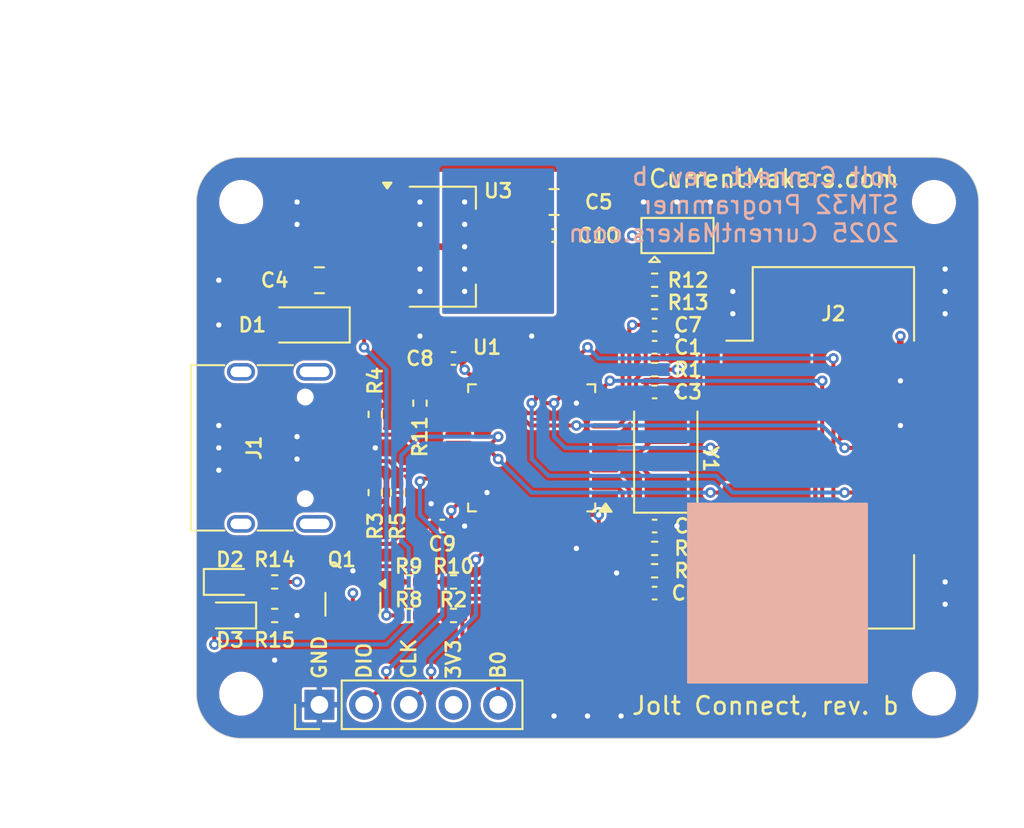
<source format=kicad_pcb>
(kicad_pcb (version 20241229) (generator "pcbnew") (generator_version "9.0")
  (title_block (title "${TITLE}") (rev "${REVISION}") (company "${COMPANY}") (comment 1 "${URL}") (comment 2 "${AUTHOR}") (comment 3 "${AUTHOR_EMAIL}"))
  (layers (0 "F.Cu" signal) (4 "In1.Cu" signal) (6 "In2.Cu" signal) (2 "B.Cu" signal) (13 "F.Paste" user) (15 "B.Paste" user) (5 "F.SilkS" user "F.Silkscreen") (7 "B.SilkS" user "B.Silkscreen") (1 "F.Mask" user) (3 "B.Mask" user) (25 "Edge.Cuts" user))
  (property "AUTHOR" "Lars Boegild Thomsen")
  (property "AUTHOR_EMAIL" "lth@currentmakers.com")
  (property "COMPANY" "CurrentMakers.com")
  (property "DESC" "STM32 Programmer")
  (property "REVISION" "b")
  (property "TITLE" "Jolt Connect")
  (property "URL" "https://stm32world.com/wiki/DIY_STM32_Programmer_(ST-Link/V2-1)")
  (property "YEAR" "2025")
  (net 0 "")
  (net 1 "GND")
  (net 2 "+5V")
  (net 3 "+3V3")
  (net 4 "VBUS")
  (net 5 "D-")
  (net 6 "D+")
  (net 7 "LED")
  (net 8 "T_DIO")
  (net 9 "T_CLK")
  (net 10 "CLK")
  (net 11 "T_RX")
  (net 12 "T_TX")
  (net 13 "T_RST")
  (net 14 "T_SWO")
  (net 15 "T_PWR")
  (net 16 "DIO")
  (net 17 "B0")
  (net 18 "RENUM")
  (net 19 "Net-(U1-NRST)")
  (net 20 "Net-(U1-PD0)")
  (net 21 "Net-(U1-PD1)")
  (net 22 "Net-(D2-A)")
  (net 23 "Net-(D3-K)")
  (net 24 "Net-(JP1-C)")
  (net 25 "Net-(Q1-PadE)")
  (net 26 "Net-(Q1-PadB)")
  (net 27 "Net-(J1-CC1)")
  (net 28 "Net-(J1-CC2)")
  (net 31 "Net-(U1-PC13)")
  (net 32 "Net-(U1-PC14)")
  (net 33 "Net-(U1-PB12)")
  (net 34 "Net-(U1-PA0)")
  (footprint "Capacitor_SMD:C_0805_2012Metric" (layer "F.Cu") (at 108.585 79.375 180)
    (property "Reference" "C4")
    (property "Value" "10uF")
  )
  (footprint "Capacitor_SMD:C_0805_2012Metric" (layer "F.Cu") (at 121.92 74.93)
    (property "Reference" "C5")
    (property "Value" "10uF" (hide yes))
  )
  (footprint "Resistor_SMD:R_0402_1005Metric" (layer "F.Cu") (at 113.03 91.44 -90)
    (property "Reference" "R5")
    (property "Value" "1K5")
  )
  (footprint "Capacitor_SMD:C_0402_1005Metric" (layer "F.Cu") (at 127.635 97.155)
    (property "Reference" "C6")
    (property "Value" "100nF")
  )
  (footprint "Capacitor_SMD:C_0402_1005Metric" (layer "F.Cu") (at 127.635 81.915)
    (property "Reference" "C7")
    (property "Value" "100nF")
  )
  (footprint "Capacitor_SMD:C_0402_1005Metric" (layer "F.Cu") (at 116.205 83.82 180)
    (property "Reference" "C8")
    (property "Value" "100nF")
  )
  (footprint "Capacitor_SMD:C_0402_1005Metric" (layer "F.Cu") (at 115.57 93.345 180)
    (property "Reference" "C9")
    (property "Value" "100nF")
  )
  (footprint "st-link:IDC-Header_2x05_P2.54mm_Vertical_SMD" (layer "F.Cu") (at 137.795 88.9 -90)
    (property "Reference" "J2")
    (property "Value" "IDC 2x5")
  )
  (footprint "Capacitor_SMD:C_0402_1005Metric" (layer "F.Cu") (at 127.635 93.345 180)
    (property "Reference" "C2")
    (property "Value" "20pF")
  )
  (footprint "Capacitor_SMD:C_0402_1005Metric" (layer "F.Cu") (at 127.635 85.725 180)
    (property "Reference" "C3")
    (property "Value" "20pF")
  )
  (footprint "LED_SMD:LED_0603_1608Metric" (layer "F.Cu") (at 103.505 96.52)
    (property "Reference" "D2")
    (property "Value" "BLUE")
  )
  (footprint "LED_SMD:LED_0603_1608Metric" (layer "F.Cu") (at 103.505 98.425 180)
    (property "Reference" "D3")
    (property "Value" "RED")
  )
  (footprint "Resistor_SMD:R_0402_1005Metric" (layer "F.Cu") (at 106.045 96.52)
    (property "Reference" "R14")
    (property "Value" "220R")
  )
  (footprint "Diode_SMD:D_SOD-123" (layer "F.Cu") (at 107.95 81.915 180)
    (property "Reference" "D1")
    (property "Value" "B5819W")
  )
  (footprint "st-link:LQFP-48_7x7mm_P0.5mm" (layer "F.Cu") (at 120.65 88.9 90)
    (property "Reference" "U1")
    (property "Value" "STM32F103CB")
  )
  (footprint "Capacitor_SMD:C_0402_1005Metric" (layer "F.Cu") (at 127.635 83.185)
    (property "Reference" "C1")
    (property "Value" "100nF")
  )
  (footprint "Resistor_SMD:R_0402_1005Metric" (layer "F.Cu") (at 127.635 84.455)
    (property "Reference" "R1")
    (property "Value" "100k")
  )
  (footprint "Resistor_SMD:R_0402_1005Metric" (layer "F.Cu") (at 116.205 98.425)
    (property "Reference" "R2")
    (property "Value" "100k")
  )
  (footprint "Resistor_SMD:R_0402_1005Metric" (layer "F.Cu") (at 114.3 86.36 -90)
    (property "Reference" "R11")
    (property "Value" "100R")
  )
  (footprint "st-link:SOT-23" (layer "F.Cu") (at 110.49 97.79 90)
    (property "Reference" "Q1")
    (property "Value" "S9013")
  )
  (footprint "Resistor_SMD:R_0402_1005Metric" (layer "F.Cu") (at 113.665 98.425 180)
    (property "Reference" "R8")
    (property "Value" "10k")
  )
  (footprint "Resistor_SMD:R_0402_1005Metric" (layer "F.Cu") (at 113.665 96.52)
    (property "Reference" "R9")
    (property "Value" "39k")
  )
  (footprint "Resistor_SMD:R_0402_1005Metric" (layer "F.Cu") (at 127.635 95.885 180)
    (property "Reference" "R6")
    (property "Value" "10k")
  )
  (footprint "Resistor_SMD:R_0402_1005Metric" (layer "F.Cu") (at 127.635 94.615 180)
    (property "Reference" "R7")
    (property "Value" "DNP")
  )
  (footprint "Resistor_SMD:R_0402_1005Metric" (layer "F.Cu") (at 127.635 79.375)
    (property "Reference" "R12")
    (property "Value" "4k7")
  )
  (footprint "Resistor_SMD:R_0402_1005Metric" (layer "F.Cu") (at 116.205 96.52 180)
    (property "Reference" "R10")
    (property "Value" "100R")
  )
  (footprint "st-link:Crystal_SMD_5032-2Pin_5.0x3.2mm" (layer "F.Cu") (at 128.27 89.535 90)
    (property "Reference" "Y1")
    (property "Value" "8MHz")
  )
  (footprint "Resistor_SMD:R_0402_1005Metric" (layer "F.Cu") (at 106.045 98.425 180)
    (property "Reference" "R15")
    (property "Value" "220R")
  )
  (footprint "Jumper:SolderJumper-3_P1.3mm_Bridged12_Pad1.0x1.5mm" (layer "F.Cu") (at 128.935 76.835)
    (property "Reference" "JP1" (hide yes))
    (property "Value" "SolderJumper3")
  )
  (footprint "Resistor_SMD:R_0402_1005Metric" (layer "F.Cu") (at 127.635 80.645 180)
    (property "Reference" "R13")
    (property "Value" "4k7")
  )
  (footprint "Connector_PinHeader_2.54mm:PinHeader_1x05_P2.54mm_Vertical" (layer "F.Cu") (at 108.585 103.5 90)
    (property "Reference" "J3" (hide yes))
    (property "Value" "Conn_01x05")
  )
  (footprint "Resistor_SMD:R_0402_1005Metric" (layer "F.Cu") (at 111.76 91.44 90)
    (property "Reference" "R3")
    (property "Value" "5k1")
  )
  (footprint "st-link:BOARD" (layer "F.Cu") (at 123.825 88.9)
    (property "Reference" "B1" (hide yes))
    (property "Value" "~" (hide yes))
    (fp_line (start -22.225 -13.97) (end -22.225 13.97) (stroke (width 0.05)) (layer "Edge.Cuts"))
    (fp_line (start 19.685 -16.51) (end -19.685 -16.51) (stroke (width 0.05)) (layer "Edge.Cuts"))
    (fp_line (start 19.685 16.51) (end -19.685 16.51) (stroke (width 0.05)) (layer "Edge.Cuts"))
    (fp_line (start 22.225 -13.97) (end 22.225 13.97) (stroke (width 0.05)) (layer "Edge.Cuts"))
    (fp_arc (start -22.225 -13.97) (mid -21.481051 -15.766051) (end -19.685 -16.51) (stroke (width 0.05)) (layer "Edge.Cuts"))
    (fp_arc (start -19.685 16.51) (mid -21.481051 15.766051) (end -22.225 13.97) (stroke (width 0.05)) (layer "Edge.Cuts"))
    (fp_arc (start 19.685 -16.51) (mid 21.481051 -15.766051) (end 22.225 -13.97) (stroke (width 0.05)) (layer "Edge.Cuts"))
    (fp_arc (start 22.225 13.97) (mid 21.481051 15.766051) (end 19.685 16.51) (stroke (width 0.05)) (layer "Edge.Cuts"))
  )
  (footprint "st-link:USB_C_Receptacle_HRO_TYPE-C-31-M-12" (layer "F.Cu") (at 106.68 88.9 -90)
    (property "Reference" "J1")
    (property "Value" "USB_C_Receptacle_USB2.0-Connector")
  )
  (footprint "Capacitor_SMD:C_0402_1005Metric" (layer "F.Cu") (at 121.92 76.835)
    (property "Reference" "C10")
    (property "Value" "100nF")
  )
  (footprint "Resistor_SMD:R_0402_1005Metric" (layer "F.Cu") (at 111.76 86.995 -90)
    (property "Reference" "R4")
    (property "Value" "5k1")
  )
  (footprint "st-link:SOT-223-3_TabPin2" (layer "F.Cu") (at 115.57 77.47 180)
    (property "Reference" "U3")
    (property "Value" "AMS1117-3.3")
  )
  (gr_rect (start 129.54 92.075) (end 139.7 102.235) (stroke (width 0.12)) (fill yes) (layer "B.SilkS"))
  (gr_text "CLK" (at 113.665 102.108 90) (layer "F.SilkS") (effects (font (size 0.8 0.8)) (justify left)))
  (gr_text "DIO" (at 111.125 102.108 90) (layer "F.SilkS") (effects (font (size 0.8 0.8)) (justify left)))
  (gr_text "${TITLE}, rev. ${REVISION}" (at 141.605 104.14 0) (layer "F.SilkS") (effects (font (size 1 1)) (justify right bottom)))
  (gr_text "B0" (at 118.745 102.108 90) (layer "F.SilkS") (effects (font (size 0.8 0.8)) (justify left)))
  (gr_text "GND" (at 108.585 102.12 90) (layer "F.SilkS") (effects (font (size 0.8 0.8)) (justify left)))
  (gr_text "3V3" (at 116.205 102.108 90) (layer "F.SilkS") (effects (font (size 0.8 0.8)) (justify left)))
  (gr_text "${COMPANY}" (at 141.605 73.025 0) (layer "F.SilkS") (effects (font (size 1 1)) (justify right top)))
  (gr_text "${TITLE}, rev. ${REVISION}\n${DESC}\n${YEAR} ${COMPANY}" (at 141.605 72.898 0) (layer "B.SilkS") (effects (font (size 1 1)) (justify left top mirror)))
  (segment (start 106.555 98.425) (end 107.315 98.425) (width 0.2286) (layer "F.Cu") (net 1))
  (via (at 107.315 76.2) (size 0.6) (drill 0.3) (layers "F.Cu" "B.Cu") (net 1))
  (via (at 144.145 80.01) (size 0.6) (drill 0.3) (layers "F.Cu" "B.Cu") (net 1))
  (via (at 107.315 98.425) (size 0.6) (drill 0.3) (layers "F.Cu" "B.Cu") (net 1))
  (via (at 123.19 86.36) (size 0.6) (drill 0.3) (layers "F.Cu" "B.Cu") (net 1))
  (via (at 114.3 80.01) (size 0.6) (drill 0.3) (layers "F.Cu" "B.Cu") (net 1))
  (via (at 102.87 88.9) (size 0.6) (drill 0.3) (layers "F.Cu" "B.Cu") (net 1))
  (via (at 128.905 74.93) (size 0.6) (drill 0.3) (layers "F.Cu" "B.Cu") (net 1))
  (via (at 144.145 97.79) (size 0.6) (drill 0.3) (layers "F.Cu" "B.Cu") (net 1))
  (via (at 128.905 82.55) (size 0.6) (drill 0.3) (layers "F.Cu" "B.Cu") (net 1))
  (via (at 125.476 96.012) (size 0.6) (drill 0.3) (layers "F.Cu" "B.Cu") (net 1))
  (via (at 123.825 104.14) (size 0.6) (drill 0.3) (layers "F.Cu" "B.Cu") (net 1))
  (via (at 107.315 74.93) (size 0.6) (drill 0.3) (layers "F.Cu" "B.Cu") (net 1))
  (via (at 102.87 81.915) (size 0.6) (drill 0.3) (layers "F.Cu" "B.Cu") (net 1))
  (via (at 114.935 92.075) (size 0.6) (drill 0.3) (layers "F.Cu" "B.Cu") (net 1))
  (via (at 118.11 91.44) (size 0.6) (drill 0.3) (layers "F.Cu" "B.Cu") (net 1))
  (via (at 116.84 93.345) (size 0.6) (drill 0.3) (layers "F.Cu" "B.Cu") (net 1))
  (via (at 127 74.93) (size 0.6) (drill 0.3) (layers "F.Cu" "B.Cu") (net 1))
  (via (at 121.92 104.14) (size 0.6) (drill 0.3) (layers "F.Cu" "B.Cu") (net 1))
  (via (at 114.3 76.2) (size 0.6) (drill 0.3) (layers "F.Cu" "B.Cu") (net 1))
  (via (at 141.605 85.09) (size 0.6) (drill 0.3) (layers "F.Cu" "B.Cu") (net 1))
  (via (at 144.145 81.28) (size 0.6) (drill 0.3) (layers "F.Cu" "B.Cu") (net 1))
  (via (at 106.045 100.965) (size 0.6) (drill 0.3) (layers "F.Cu" "B.Cu") (net 1))
  (via (at 130.81 74.93) (size 0.6) (drill 0.3) (layers "F.Cu" "B.Cu") (net 1))
  (via (at 107.315 89.535) (size 0.6) (drill 0.3) (layers "F.Cu" "B.Cu") (net 1))
  (via (at 110.49 95.885) (size 0.6) (drill 0.3) (layers "F.Cu" "B.Cu") (net 1))
  (via (at 102.87 79.375) (size 0.6) (drill 0.3) (layers "F.Cu" "B.Cu") (net 1))
  (via (at 125.73 104.14) (size 0.6) (drill 0.3) (layers "F.Cu" "B.Cu") (net 1))
  (via (at 102.87 90.17) (size 0.6) (drill 0.3) (layers "F.Cu" "B.Cu") (net 1))
  (via (at 123.19 94.615) (size 0.6) (drill 0.3) (layers "F.Cu" "B.Cu") (net 1))
  (via (at 132.08 81.28) (size 0.6) (drill 0.3) (layers "F.Cu" "B.Cu") (net 1))
  (via (at 128.905 93.345) (size 0.6) (drill 0.3) (layers "F.Cu" "B.Cu") (net 1))
  (via (at 111.76 88.9) (size 0.6) (drill 0.3) (layers "F.Cu" "B.Cu") (net 1))
  (via (at 144.145 96.52) (size 0.6) (drill 0.3) (layers "F.Cu" "B.Cu") (net 1))
  (via (at 114.3 78.74) (size 0.6) (drill 0.3) (layers "F.Cu" "B.Cu") (net 1))
  (via (at 132.08 80.01) (size 0.6) (drill 0.3) (layers "F.Cu" "B.Cu") (net 1))
  (via (at 102.87 87.63) (size 0.6) (drill 0.3) (layers "F.Cu" "B.Cu") (net 1))
  (via (at 107.315 88.265) (size 0.6) (drill 0.3) (layers "F.Cu" "B.Cu") (net 1))
  (via (at 120.65 82.55) (size 0.6) (drill 0.3) (layers "F.Cu" "B.Cu") (net 1))
  (via (at 141.605 87.63) (size 0.6) (drill 0.3) (layers "F.Cu" "B.Cu") (net 1))
  (via (at 144.145 78.74) (size 0.6) (drill 0.3) (layers "F.Cu" "B.Cu") (net 1))
  (via (at 114.3 74.93) (size 0.6) (drill 0.3) (layers "F.Cu" "B.Cu") (net 1))
  (via (at 128.905 85.725) (size 0.6) (drill 0.3) (layers "F.Cu" "B.Cu") (net 1))
  (via (at 114.3 82.55) (size 0.6) (drill 0.3) (layers "F.Cu" "B.Cu") (net 1))
  (segment (start 113.155 98.425) (end 112.395 98.425) (width 0.2286) (layer "F.Cu") (net 2))
  (segment (start 111.125 81.915) (end 111.76 81.915) (width 0.381) (layer "F.Cu") (net 2))
  (segment (start 132.715 73.025) (end 133.995 74.305) (width 0.381) (layer "F.Cu") (net 2))
  (segment (start 133.995 74.305) (end 133.995 83.82) (width 0.381) (layer "F.Cu") (net 2))
  (segment (start 109.535 73.98) (end 110.49 73.025) (width 0.381) (layer "F.Cu") (net 2))
  (segment (start 110.885 79.77) (end 110.49 79.375) (width 0.381) (layer "F.Cu") (net 2))
  (segment (start 112.42 81.255) (end 112.42 79.77) (width 0.381) (layer "F.Cu") (net 2))
  (segment (start 109.535 79.375) (end 109.535 73.98) (width 0.381) (layer "F.Cu") (net 2))
  (segment (start 110.49 79.375) (end 109.535 79.375) (width 0.381) (layer "F.Cu") (net 2))
  (segment (start 112.42 79.77) (end 110.885 79.77) (width 0.381) (layer "F.Cu") (net 2))
  (segment (start 109.6 81.915) (end 111.125 81.915) (width 0.381) (layer "F.Cu") (net 2))
  (segment (start 110.49 73.025) (end 132.715 73.025) (width 0.381) (layer "F.Cu") (net 2))
  (segment (start 111.76 81.915) (end 112.42 81.255) (width 0.381) (layer "F.Cu") (net 2))
  (segment (start 111.125 83.185) (end 111.125 81.915) (width 0.2286) (layer "F.Cu") (net 2))
  (via (at 111.125 83.185) (size 0.6) (drill 0.3) (layers "F.Cu" "B.Cu") (net 2))
  (via (at 112.395 98.425) (size 0.6) (drill 0.3) (layers "F.Cu" "B.Cu") (net 2))
  (segment (start 112.395 84.455) (end 111.125 83.185) (width 0.2286) (layer "B.Cu") (net 2))
  (segment (start 112.395 98.425) (end 112.395 84.455) (width 0.2286) (layer "B.Cu") (net 2))
  (segment (start 118.72 77.47) (end 116.84 77.47) (width 0.381) (layer "F.Cu") (net 3))
  (segment (start 116.4875 92.0465) (end 116.078 92.456) (width 0.2286) (layer "F.Cu") (net 3))
  (segment (start 124.8125 91.65) (end 124.8125 92.3575) (width 0.2286) (layer "F.Cu") (net 3))
  (segment (start 124.46 96.52) (end 124.46 92.71) (width 0.2286) (layer "F.Cu") (net 3))
  (segment (start 124.8125 92.3575) (end 124.46 92.71) (width 0.2286) (layer "F.Cu") (net 3))
  (segment (start 123.7525 92.71) (end 123.4 93.0625) (width 0.2286) (layer "F.Cu") (net 3))
  (segment (start 128.145 84.455) (end 128.905 84.455) (width 0.2286) (layer "F.Cu") (net 3))
  (segment (start 116.078 92.456) (end 116.078 93.317) (width 0.2286) (layer "F.Cu") (net 3))
  (segment (start 127.635 76.835) (end 126.365 76.835) (width 0.2286) (layer "F.Cu") (net 3))
  (segment (start 127.155 81.915) (end 126.365 81.915) (width 0.2286) (layer "F.Cu") (net 3))
  (segment (start 126.1987 82.0813) (end 126.365 81.915) (width 0.2286) (layer "F.Cu") (net 3))
  (segment (start 126.1987 87.026845) (end 126.1987 82.0813) (width 0.2286) (layer "F.Cu") (net 3))
  (segment (start 110.49 98.7275) (end 110.49 97.155) (width 0.2286) (layer "F.Cu") (net 3))
  (segment (start 124.8125 87.65) (end 125.575545 87.65) (width 0.2286) (layer "F.Cu") (net 3))
  (segment (start 112.42 77.47) (end 116.84 77.47) (width 0.381) (layer "F.Cu") (net 3))
  (segment (start 117.9 84.7375) (end 117.1225 84.7375) (width 0.2286) (layer "F.Cu") (net 3))
  (segment (start 141.595 83.82) (end 141.595 82.56) (width 0.381) (layer "F.Cu") (net 3))
  (segment (start 116.078 93.317) (end 116.05 93.345) (width 0.2286) (layer "F.Cu") (net 3))
  (segment (start 125.575545 87.65) (end 126.1987 87.026845) (width 0.2286) (layer "F.Cu") (net 3))
  (segment (start 127.155 97.155) (end 125.095 97.155) (width 0.2286) (layer "F.Cu") (net 3))
  (segment (start 116.685 83.82) (end 116.685 84.3) (width 0.2286) (layer "F.Cu") (net 3))
  (segment (start 125.095 97.155) (end 124.46 96.52) (width 0.2286) (layer "F.Cu") (net 3))
  (segment (start 124.46 92.71) (end 123.7525 92.71) (width 0.2286) (layer "F.Cu") (net 3))
  (segment (start 106.555 96.52) (end 107.315 96.52) (width 0.2286) (layer "F.Cu") (net 3))
  (segment (start 117.1225 84.7375) (end 116.84 84.455) (width 0.2286) (layer "F.Cu") (net 3))
  (segment (start 141.595 82.56) (end 141.605 82.55) (width 0.381) (layer "F.Cu") (net 3))
  (segment (start 116.685 84.3) (end 116.84 84.455) (width 0.2286) (layer "F.Cu") (net 3))
  (segment (start 116.4875 91.65) (end 116.4875 92.0465) (width 0.2286) (layer "F.Cu") (net 3))
  (via (at 126.365 81.915) (size 0.6) (drill 0.3) (layers "F.Cu" "B.Cu") (net 3))
  (via (at 128.905 84.455) (size 0.6) (drill 0.3) (layers "F.Cu" "B.Cu") (net 3))
  (via (at 116.84 77.47) (size 0.6) (drill 0.3) (layers "F.Cu" "B.Cu") (net 3))
  (via (at 124.46 92.71) (size 0.6) (drill 0.3) (layers "F.Cu" "B.Cu") (net 3))
  (via (at 116.84 84.455) (size 0.6) (drill 0.3) (layers "F.Cu" "B.Cu") (net 3))
  (via (at 116.84 78.74) (size 0.6) (drill 0.3) (layers "F.Cu" "B.Cu") (net 3))
  (via (at 116.078 92.456) (size 0.6) (drill 0.3) (layers "F.Cu" "B.Cu") (net 3))
  (via (at 116.84 74.93) (size 0.6) (drill 0.3) (layers "F.Cu" "B.Cu") (net 3))
  (via (at 107.315 96.52) (size 0.6) (drill 0.3) (layers "F.Cu" "B.Cu") (net 3))
  (via (at 126.365 76.835) (size 0.6) (drill 0.3) (layers "F.Cu" "B.Cu") (net 3))
  (via (at 141.605 82.55) (size 0.6) (drill 0.3) (layers "F.Cu" "B.Cu") (net 3))
  (via (at 116.84 76.2) (size 0.6) (drill 0.3) (layers "F.Cu" "B.Cu") (net 3))
  (via (at 110.49 97.155) (size 0.6) (drill 0.3) (layers "F.Cu" "B.Cu") (net 3))
  (via (at 116.84 80.01) (size 0.6) (drill 0.3) (layers "F.Cu" "B.Cu") (net 3))
  (segment (start 106.045 84.455) (end 106.3 84.2) (width 0.381) (layer "F.Cu") (net 4))
  (segment (start 109.225 91.35) (end 108.285967 91.35) (width 0.381) (layer "F.Cu") (net 4))
  (segment (start 108.285967 91.35) (end 107.740967 90.805) (width 0.381) (layer "F.Cu") (net 4))
  (segment (start 106.68 90.805) (end 106.045 90.17) (width 0.381) (layer "F.Cu") (net 4))
  (segment (start 109.455 86.45) (end 108.5922 86.45) (width 0.381) (layer "F.Cu") (net 4))
  (segment (start 106.045 86.995) (end 106.045 84.455) (width 0.381) (layer "F.Cu") (net 4))
  (segment (start 109.225 86.45) (end 108.285967 86.45) (width 0.381) (layer "F.Cu") (net 4))
  (segment (start 106.3 84.2) (end 106.3 81.915) (width 0.381) (layer "F.Cu") (net 4))
  (segment (start 106.045 90.17) (end 106.045 86.995) (width 0.381) (layer "F.Cu") (net 4))
  (segment (start 108.285967 86.45) (end 107.740967 86.995) (width 0.381) (layer "F.Cu") (net 4))
  (segment (start 107.740967 90.805) (end 106.68 90.805) (width 0.381) (layer "F.Cu") (net 4))
  (segment (start 107.740967 86.995) (end 106.045 86.995) (width 0.381) (layer "F.Cu") (net 4))
  (segment (start 114.935 89.65) (end 116.4875 89.65) (width 0.2286) (layer "F.Cu") (net 5))
  (segment (start 110.4477 89.0677) (end 110.4477 88.1891) (width 0.2286) (layer "F.Cu") (net 5))
  (segment (start 110.4086 88.15) (end 109.455 88.15) (width 0.2286) (layer "F.Cu") (net 5))
  (segment (start 110.3654 89.15) (end 110.4477 89.0677) (width 0.2286) (layer "F.Cu") (net 5))
  (segment (start 109.455 88.15) (end 113.435 88.15) (width 0.2286) (layer "F.Cu") (net 5))
  (segment (start 113.435 88.15) (end 114.935 89.65) (width 0.2286) (layer "F.Cu") (net 5))
  (segment (start 109.455 89.15) (end 110.3654 89.15) (width 0.2286) (layer "F.Cu") (net 5))
  (segment (start 110.4477 88.1891) (end 110.4086 88.15) (width 0.2286) (layer "F.Cu") (net 5))
  (segment (start 108.3146 89.65) (end 109.225 89.65) (width 0.2286) (layer "F.Cu") (net 6))
  (segment (start 108.5014 88.65) (end 109.455 88.65) (width 0.2286) (layer "F.Cu") (net 6))
  (segment (start 108.5014 89.65) (end 108.4623 89.6109) (width 0.2286) (layer "F.Cu") (net 6))
  (segment (start 108.2323 89.5677) (end 108.3146 89.65) (width 0.2286) (layer "F.Cu") (net 6))
  (segment (start 108.2323 88.6891) (end 108.2323 89.5677) (width 0.2286) (layer "F.Cu") (net 6))
  (segment (start 109.455 89.65) (end 108.5014 89.65) (width 0.2286) (layer "F.Cu") (net 6))
  (segment (start 113.05 90.15) (end 113.05 90.91) (width 0.2286) (layer "F.Cu") (net 6))
  (segment (start 109.225 88.65) (end 108.2714 88.65) (width 0.2286) (layer "F.Cu") (net 6))
  (segment (start 113.05 90.15) (end 112.55 89.65) (width 0.2286) (layer "F.Cu") (net 6))
  (segment (start 108.2714 88.65) (end 108.2323 88.6891) (width 0.2286) (layer "F.Cu") (net 6))
  (segment (start 112.55 89.65) (end 109.455 89.65) (width 0.2286) (layer "F.Cu") (net 6))
  (segment (start 108.4623 88.6891) (end 108.5014 88.65) (width 0.2286) (layer "F.Cu") (net 6))
  (segment (start 116.4875 90.15) (end 113.05 90.15) (width 0.2286) (layer "F.Cu") (net 6))
  (segment (start 109.455 89.65) (end 108.7 89.65) (width 0.2286) (layer "F.Cu") (net 6))
  (segment (start 102.7175 98.425) (end 102.7175 96.52) (width 0.2286) (layer "F.Cu") (net 7))
  (segment (start 118.745 88.265) (end 118.36 88.65) (width 0.2286) (layer "F.Cu") (net 7))
  (segment (start 118.36 88.65) (end 116.4875 88.65) (width 0.2286) (layer "F.Cu") (net 7))
  (segment (start 102.616 100.076) (end 102.616 98.5265) (width 0.2286) (layer "F.Cu") (net 7))
  (segment (start 102.616 98.5265) (end 102.7175 98.425) (width 0.2286) (layer "F.Cu") (net 7))
  (via (at 102.616 100.076) (size 0.6) (drill 0.3) (layers "F.Cu" "B.Cu") (net 7))
  (via (at 118.745 88.265) (size 0.6) (drill 0.3) (layers "F.Cu" "B.Cu") (net 7))
  (segment (start 113.665 98.806) (end 112.395 100.076) (width 0.2286) (layer "B.Cu") (net 7))
  (segment (start 118.745 88.265) (end 114.3 88.265) (width 0.2286) (layer "B.Cu") (net 7))
  (segment (start 114.3 88.265) (end 113.2325 89.3325) (width 0.2286) (layer "B.Cu") (net 7))
  (segment (start 113.2325 94.1825) (end 113.665 94.615) (width 0.2286) (layer "B.Cu") (net 7))
  (segment (start 112.395 100.076) (end 102.616 100.076) (width 0.2286) (layer "B.Cu") (net 7))
  (segment (start 113.665 94.615) (end 113.665 98.806) (width 0.2286) (layer "B.Cu") (net 7))
  (segment (start 113.2325 89.3325) (end 113.2325 94.1825) (width 0.2286) (layer "B.Cu") (net 7))
  (segment (start 116.4875 87.15) (end 120.098335 87.15) (width 0.2286) (layer "F.Cu") (net 8))
  (segment (start 120.578335 87.63) (end 123.19 87.63) (width 0.2286) (layer "F.Cu") (net 8))
  (segment (start 138.43 88.9) (end 141.595 88.9) (width 0.2286) (layer "F.Cu") (net 8))
  (segment (start 120.098335 87.15) (end 120.578335 87.63) (width 0.2286) (layer "F.Cu") (net 8))
  (segment (start 115.19 87.15) (end 114.91 86.87) (width 0.2286) (layer "F.Cu") (net 8))
  (segment (start 114.91 86.87) (end 114.3 86.87) (width 0.2286) (layer "F.Cu") (net 8))
  (segment (start 116.4875 87.15) (end 115.19 87.15) (width 0.2286) (layer "F.Cu") (net 8))
  (via (at 138.43 88.9) (size 0.6) (drill 0.3) (layers "F.Cu" "B.Cu") (net 8))
  (via (at 123.19 87.63) (size 0.6) (drill 0.3) (layers "F.Cu" "B.Cu") (net 8))
  (segment (start 138.43 88.9) (end 137.16 87.63) (width 0.2286) (layer "B.Cu") (net 8))
  (segment (start 137.16 87.63) (end 123.19 87.63) (width 0.2286) (layer "B.Cu") (net 8))
  (segment (start 120.13715 86.65) (end 116.4875 86.65) (width 0.2286) (layer "F.Cu") (net 9))
  (segment (start 122.4 85.88) (end 122.4 84.7375) (width 0.2286) (layer "F.Cu") (net 9))
  (segment (start 120.88515 86.9277) (end 120.41485 86.9277) (width 0.2286) (layer "F.Cu") (net 9))
  (segment (start 120.41485 86.9277) (end 120.13715 86.65) (width 0.2286) (layer "F.Cu") (net 9))
  (segment (start 121.45285 86.36) (end 120.88515 86.9277) (width 0.2286) (layer "F.Cu") (net 9))
  (segment (start 121.92 86.36) (end 122.4 85.88) (width 0.2286) (layer "F.Cu") (net 9))
  (segment (start 133.995 88.9) (end 130.81 88.9) (width 0.2286) (layer "F.Cu") (net 9))
  (segment (start 121.92 86.36) (end 121.45285 86.36) (width 0.2286) (layer "F.Cu") (net 9))
  (via (at 121.92 86.36) (size 0.6) (drill 0.3) (layers "F.Cu" "B.Cu") (net 9))
  (via (at 130.81 88.9) (size 0.6) (drill 0.3) (layers "F.Cu" "B.Cu") (net 9))
  (segment (start 130.81 88.9) (end 122.555 88.9) (width 0.2286) (layer "B.Cu") (net 9))
  (segment (start 122.555 88.9) (end 121.92 88.265) (width 0.2286) (layer "B.Cu") (net 9))
  (segment (start 121.92 88.265) (end 121.92 86.36) (width 0.2286) (layer "B.Cu") (net 9))
  (segment (start 117.9 94.825) (end 117.475 95.25) (width 0.2286) (layer "F.Cu") (net 10))
  (segment (start 117.9 93.0625) (end 117.9 94.825) (width 0.2286) (layer "F.Cu") (net 10))
  (segment (start 114.935 101.6) (end 114.935 102.23) (width 0.2286) (layer "F.Cu") (net 10))
  (segment (start 114.935 102.23) (end 113.665 103.5) (width 0.2286) (layer "F.Cu") (net 10))
  (via (at 114.935 101.6) (size 0.6) (drill 0.3) (layers "F.Cu" "B.Cu") (net 10))
  (via (at 117.475 95.25) (size 0.6) (drill 0.3) (layers "F.Cu" "B.Cu") (net 10))
  (segment (start 114.935 101.6) (end 114.935 100.965) (width 0.2286) (layer "B.Cu") (net 10))
  (segment (start 117.475 98.425) (end 117.475 95.25) (width 0.2286) (layer "B.Cu") (net 10))
  (segment (start 114.935 100.965) (end 117.475 98.425) (width 0.2286) (layer "B.Cu") (net 10))
  (segment (start 123.4 84.7375) (end 123.4 83.61) (width 0.2286) (layer "F.Cu") (net 11))
  (segment (start 123.4 83.61) (end 123.825 83.185) (width 0.2286) (layer "F.Cu") (net 11))
  (segment (start 137.795 92.68) (end 137.795 83.82) (width 0.2286) (layer "F.Cu") (net 11))
  (segment (start 141.595 93.98) (end 139.095 93.98) (width 0.2286) (layer "F.Cu") (net 11))
  (segment (start 139.095 93.98) (end 137.795 92.68) (width 0.2286) (layer "F.Cu") (net 11))
  (via (at 137.795 83.82) (size 0.6) (drill 0.3) (layers "F.Cu" "B.Cu") (net 11))
  (via (at 123.825 83.185) (size 0.6) (drill 0.3) (layers "F.Cu" "B.Cu") (net 11))
  (segment (start 124.46 83.82) (end 123.825 83.185) (width 0.2286) (layer "B.Cu") (net 11))
  (segment (start 137.795 83.82) (end 124.46 83.82) (width 0.2286) (layer "B.Cu") (net 11))
  (segment (start 136.495 93.98) (end 137.16 93.315) (width 0.2286) (layer "F.Cu") (net 12))
  (segment (start 124.8125 86.15) (end 124.8125 85.3725) (width 0.2286) (layer "F.Cu") (net 12))
  (segment (start 124.8125 85.3725) (end 125.095 85.09) (width 0.2286) (layer "F.Cu") (net 12))
  (segment (start 137.16 93.315) (end 137.16 85.09) (width 0.2286) (layer "F.Cu") (net 12))
  (segment (start 133.995 93.98) (end 136.495 93.98) (width 0.2286) (layer "F.Cu") (net 12))
  (via (at 137.16 85.09) (size 0.6) (drill 0.3) (layers "F.Cu" "B.Cu") (net 12))
  (via (at 125.095 85.09) (size 0.6) (drill 0.3) (layers "F.Cu" "B.Cu") (net 12))
  (segment (start 137.16 85.09) (end 125.095 85.09) (width 0.2286) (layer "B.Cu") (net 12))
  (segment (start 120.9 86.11) (end 120.65 86.36) (width 0.2286) (layer "F.Cu") (net 13))
  (segment (start 120.9 84.7375) (end 120.9 86.11) (width 0.2286) (layer "F.Cu") (net 13))
  (segment (start 138.43 91.44) (end 141.595 91.44) (width 0.2286) (layer "F.Cu") (net 13))
  (via (at 138.43 91.44) (size 0.6) (drill 0.3) (layers "F.Cu" "B.Cu") (net 13))
  (via (at 120.65 86.36) (size 0.6) (drill 0.3) (layers "F.Cu" "B.Cu") (net 13))
  (segment (start 131.126793 90.488207) (end 132.078586 91.44) (width 0.2286) (layer "B.Cu") (net 13))
  (segment (start 120.65 89.535) (end 121.603207 90.488207) (width 0.2286) (layer "B.Cu") (net 13))
  (segment (start 120.65 86.36) (end 120.65 89.535) (width 0.2286) (layer "B.Cu") (net 13))
  (segment (start 121.603207 90.488207) (end 131.126793 90.488207) (width 0.2286) (layer "B.Cu") (net 13))
  (segment (start 132.078586 91.44) (end 138.43 91.44) (width 0.2286) (layer "B.Cu") (net 13))
  (segment (start 118.36 89.15) (end 118.745 89.535) (width 0.2286) (layer "F.Cu") (net 14))
  (segment (start 116.4875 89.15) (end 118.36 89.15) (width 0.2286) (layer "F.Cu") (net 14))
  (segment (start 130.81 91.44) (end 133.995 91.44) (width 0.2286) (layer "F.Cu") (net 14))
  (via (at 118.745 89.535) (size 0.6) (drill 0.3) (layers "F.Cu" "B.Cu") (net 14))
  (via (at 130.81 91.44) (size 0.6) (drill 0.3) (layers "F.Cu" "B.Cu") (net 14))
  (segment (start 120.65 91.44) (end 118.745 89.535) (width 0.2286) (layer "B.Cu") (net 14))
  (segment (start 130.81 91.44) (end 120.65 91.44) (width 0.2286) (layer "B.Cu") (net 14))
  (segment (start 130.235 85.785) (end 130.81 86.36) (width 0.2286) (layer "F.Cu") (net 15))
  (segment (start 130.81 86.36) (end 133.995 86.36) (width 0.2286) (layer "F.Cu") (net 15))
  (segment (start 130.235 76.835) (end 130.235 85.785) (width 0.2286) (layer "F.Cu") (net 15))
  (segment (start 112.395 101.6) (end 112.395 102.23) (width 0.2286) (layer "F.Cu") (net 16))
  (segment (start 114.455 90.65) (end 114.3 90.805) (width 0.2286) (layer "F.Cu") (net 16))
  (segment (start 116.4875 90.65) (end 114.455 90.65) (width 0.2286) (layer "F.Cu") (net 16))
  (segment (start 112.395 102.23) (end 111.125 103.5) (width 0.2286) (layer "F.Cu") (net 16))
  (via (at 112.395 101.6) (size 0.6) (drill 0.3) (layers "F.Cu" "B.Cu") (net 16))
  (via (at 114.3 90.805) (size 0.6) (drill 0.3) (layers "F.Cu" "B.Cu") (net 16))
  (segment (start 115.57 98.425) (end 115.57 93.98) (width 0.2286) (layer "B.Cu") (net 16))
  (segment (start 114.3 92.71) (end 114.3 90.805) (width 0.2286) (layer "B.Cu") (net 16))
  (segment (start 115.57 93.98) (end 114.3 92.71) (width 0.2286) (layer "B.Cu") (net 16))
  (segment (start 112.395 101.6) (end 115.57 98.425) (width 0.2286) (layer "B.Cu") (net 16))
  (segment (start 119.0625 97.4725) (end 121.4 95.135) (width 0.2286) (layer "F.Cu") (net 17))
  (segment (start 116.715 97.915) (end 117.1575 97.4725) (width 0.2286) (layer "F.Cu") (net 17))
  (segment (start 116.715 98.425) (end 116.715 99.57) (width 0.2286) (layer "F.Cu") (net 17))
  (segment (start 116.715 98.425) (end 116.715 97.915) (width 0.2286) (layer "F.Cu") (net 17))
  (segment (start 117.1575 97.4725) (end 119.0625 97.4725) (width 0.2286) (layer "F.Cu") (net 17))
  (segment (start 121.4 95.135) (end 121.4 93.0625) (width 0.2286) (layer "F.Cu") (net 17))
  (segment (start 116.715 99.57) (end 118.745 101.6) (width 0.2286) (layer "F.Cu") (net 17))
  (segment (start 118.745 101.6) (end 118.745 103.5) (width 0.2286) (layer "F.Cu") (net 17))
  (segment (start 118.4 95.849) (end 117.729 96.52) (width 0.2286) (layer "F.Cu") (net 18))
  (segment (start 118.4 93.0625) (end 118.4 95.849) (width 0.2286) (layer "F.Cu") (net 18))
  (segment (start 117.729 96.52) (end 116.715 96.52) (width 0.2286) (layer "F.Cu") (net 18))
  (segment (start 127.125 84.455) (end 127.125 83.215) (width 0.2286) (layer "F.Cu") (net 19))
  (segment (start 126.31 88.65) (end 126.5797 88.3803) (width 0.2286) (layer "F.Cu") (net 19))
  (segment (start 126.5797 88.3803) (end 126.5797 85.0003) (width 0.2286) (layer "F.Cu") (net 19))
  (segment (start 124.8125 88.65) (end 126.31 88.65) (width 0.2286) (layer "F.Cu") (net 19))
  (segment (start 126.5797 85.0003) (end 127.125 84.455) (width 0.2286) (layer "F.Cu") (net 19))
  (segment (start 128.115 93.345) (end 128.115 91.54) (width 0.2286) (layer "F.Cu") (net 20))
  (segment (start 128.115 91.54) (end 128.27 91.385) (width 0.2286) (layer "F.Cu") (net 20))
  (segment (start 126.535 89.65) (end 128.27 91.385) (width 0.2286) (layer "F.Cu") (net 20))
  (segment (start 124.8125 89.65) (end 126.535 89.65) (width 0.2286) (layer "F.Cu") (net 20))
  (segment (start 128.27 85.88) (end 128.115 85.725) (width 0.2286) (layer "F.Cu") (net 21))
  (segment (start 126.805 89.15) (end 128.27 87.685) (width 0.2286) (layer "F.Cu") (net 21))
  (segment (start 128.27 87.685) (end 128.27 85.88) (width 0.2286) (layer "F.Cu") (net 21))
  (segment (start 124.8125 89.15) (end 126.805 89.15) (width 0.2286) (layer "F.Cu") (net 21))
  (segment (start 105.535 96.52) (end 104.2925 96.52) (width 0.2286) (layer "F.Cu") (net 22))
  (segment (start 104.2925 98.425) (end 105.535 98.425) (width 0.2286) (layer "F.Cu") (net 23))
  (segment (start 128.935 78.585) (end 128.145 79.375) (width 0.2286) (layer "F.Cu") (net 24))
  (segment (start 128.935 76.835) (end 128.935 78.585) (width 0.2286) (layer "F.Cu") (net 24))
  (segment (start 112.649 94.361) (end 110.871 94.361) (width 0.2286) (layer "F.Cu") (net 25))
  (segment (start 113.03 93.98) (end 112.649 94.361) (width 0.2286) (layer "F.Cu") (net 25))
  (segment (start 109.54 96.8525) (end 109.54 95.692) (width 0.2286) (layer "F.Cu") (net 25))
  (segment (start 113.03 91.95) (end 113.03 93.98) (width 0.2286) (layer "F.Cu") (net 25))
  (segment (start 109.54 95.692) (end 110.871 94.361) (width 0.2286) (layer "F.Cu") (net 25))
  (segment (start 111.44 96.8525) (end 111.44 95.951) (width 0.2286) (layer "F.Cu") (net 26))
  (segment (start 114.175 95.887) (end 114.175 96.52) (width 0.2286) (layer "F.Cu") (net 26))
  (segment (start 111.44 95.951) (end 111.76 95.631) (width 0.2286) (layer "F.Cu") (net 26))
  (segment (start 113.919 95.631) (end 114.175 95.887) (width 0.2286) (layer "F.Cu") (net 26))
  (segment (start 114.175 96.52) (end 114.175 98.425) (width 0.2286) (layer "F.Cu") (net 26))
  (segment (start 111.76 95.631) (end 113.919 95.631) (width 0.2286) (layer "F.Cu") (net 26))
  (segment (start 115.695 96.52) (end 114.175 96.52) (width 0.2286) (layer "F.Cu") (net 26))
  (segment (start 110.47 87.65) (end 109.455 87.65) (width 0.2286) (layer "F.Cu") (net 27))
  (segment (start 111.76 87.505) (end 110.615 87.505) (width 0.2286) (layer "F.Cu") (net 27))
  (segment (start 110.615 87.505) (end 110.47 87.65) (width 0.2286) (layer "F.Cu") (net 27))
  (segment (start 110.335 90.65) (end 109.455 90.65) (width 0.2286) (layer "F.Cu") (net 28))
  (segment (start 111.76 90.93) (end 110.615 90.93) (width 0.2286) (layer "F.Cu") (net 28))
  (segment (start 110.615 90.93) (end 110.335 90.65) (width 0.2286) (layer "F.Cu") (net 28))
  (segment (start 126.365 95.885) (end 125.8177 95.3377) (width 0.2286) (layer "F.Cu") (net 31))
  (segment (start 125.8177 95.3377) (end 125.8177 91.43097) (width 0.2286) (layer "F.Cu") (net 31))
  (segment (start 125.53673 91.15) (end 124.8125 91.15) (width 0.2286) (layer "F.Cu") (net 31))
  (segment (start 127.125 95.885) (end 126.365 95.885) (width 0.2286) (layer "F.Cu") (net 31))
  (segment (start 125.8177 91.43097) (end 125.53673 91.15) (width 0.2286) (layer "F.Cu") (net 31))
  (segment (start 126.555 94.615) (end 126.1987 94.2587) (width 0.2286) (layer "F.Cu") (net 32))
  (segment (start 126.1987 91.273154) (end 125.575546 90.65) (width 0.2286) (layer "F.Cu") (net 32))
  (segment (start 127.125 94.615) (end 126.555 94.615) (width 0.2286) (layer "F.Cu") (net 32))
  (segment (start 126.1987 94.2587) (end 126.1987 91.273154) (width 0.2286) (layer "F.Cu") (net 32))
  (segment (start 125.575546 90.65) (end 124.8125 90.65) (width 0.2286) (layer "F.Cu") (net 32))
  (segment (start 115.56 86.15) (end 115.26 85.85) (width 0.2286) (layer "F.Cu") (net 33))
  (segment (start 115.56 86.15) (end 116.4875 86.15) (width 0.2286) (layer "F.Cu") (net 33))
  (segment (start 115.26 85.85) (end 114.3 85.85) (width 0.2286) (layer "F.Cu") (net 33))
  (segment (start 125.73 80.645) (end 127.125 80.645) (width 0.2286) (layer "F.Cu") (net 34))
  (segment (start 125.535315 87.15) (end 125.8177 86.867615) (width 0.2286) (layer "F.Cu") (net 34))
  (segment (start 125.8177 86.867615) (end 125.8177 83.2727) (width 0.2286) (layer "F.Cu") (net 34))
  (segment (start 124.8125 87.15) (end 125.535315 87.15) (width 0.2286) (layer "F.Cu") (net 34))
  (segment (start 127.125 80.645) (end 127.125 79.375) (width 0.2286) (layer "F.Cu") (net 34))
  (segment (start 125.095 81.28) (end 125.73 80.645) (width 0.2286) (layer "F.Cu") (net 34))
  (segment (start 125.095 82.55) (end 125.095 81.28) (width 0.2286) (layer "F.Cu") (net 34))
  (segment (start 125.8177 83.2727) (end 125.095 82.55) (width 0.2286) (layer "F.Cu") (net 34))
  (zone (net 3) (net_name "+3V3") (layers "F.Cu" "B.Cu") (priority 2) (connect_pads (clearance 0.1524)) (min_thickness 0.1524) (fill yes (thermal_gap 0.1524) (thermal_bridge_width 0.3048))
    (polygon (pts (xy 115.57 73.025) (xy 121.92 73.025) (xy 121.92 81.28) (xy 115.57 81.28)))
  )
  (zone (net 1) (net_name "GND") (layers "F.Cu" "B.Cu" "In2.Cu") (connect_pads (clearance 0.1524)) (min_thickness 0.1524) (fill yes (thermal_gap 0.1524) (thermal_bridge_width 0.3048))
    (polygon (pts (xy 147.32 106.68) (xy 100.33 106.68) (xy 100.33 71.12) (xy 147.32 71.12)))
  )
)
</source>
